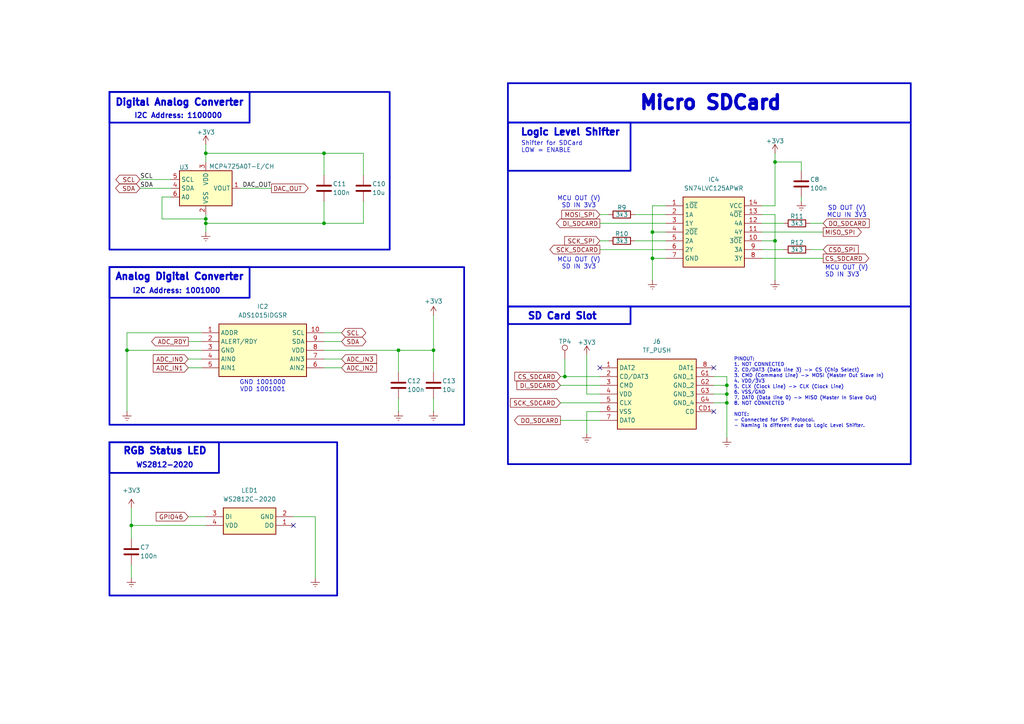
<source format=kicad_sch>
(kicad_sch (version 20250114) (generator "eeschema") (generator_version "9.0")
  (paper "A4")
  (lib_symbols
    (symbol "Analog_DAC:MCP4725xxx-xCH"
      (property "Reference" "U" (at -6.35 6.35 0))
      (property "Value" "MCP4725xxx-xCH" (at 8.89 6.35 0))
      (symbol "MCP4725xxx-xCH_0_1"
        (rectangle (start -7.62 5.08) (end 7.62 -5.08) (stroke (width 0.254)) (fill (type background)))
      )
      (symbol "MCP4725xxx-xCH_1_1"
        (pin input line (at -10.16 2.54 0) (length 2.54) (name "SCL") (number "5"))
        (pin bidirectional line (at -10.16 0 0) (length 2.54) (name "SDA") (number "4"))
        (pin input line (at -10.16 -2.54 0) (length 2.54) (name "A0") (number "6"))
        (pin power_in line (at 0 7.62 270) (length 2.54) (name "VDD") (number "3"))
        (pin power_in line (at 0 -7.62 90) (length 2.54) (name "VSS") (number "2"))
        (pin output line (at 10.16 0 180) (length 2.54) (name "VOUT") (number "1"))
      )
    )
    (symbol "Connector:TestPoint" (pin_numbers (hide yes)) (pin_names (offset 0.762) (hide yes))
      (property "Reference" "TP" (at 0 6.858 0))
      (property "Value" "TestPoint" (at 0 5.08 0))
      (symbol "TestPoint_0_1"
        (circle (center 0 3.302) (radius 0.762))
      )
      (symbol "TestPoint_1_1"
        (pin passive line (at 0 0 90) (length 2.54) (name "1") (number "1"))
      )
    )
    (symbol "Device:C" (pin_numbers (hide yes)) (pin_names (offset 0.254))
      (property "Reference" "C" (at 0.635 2.54 0))
      (property "Value" "C" (at 0.635 -2.54 0))
      (symbol "C_0_1"
        (polyline (pts (xy -2.032 0.762) (xy 2.032 0.762)) (stroke (width 0.508)))
        (polyline (pts (xy -2.032 -0.762) (xy 2.032 -0.762)) (stroke (width 0.508)))
      )
      (symbol "C_1_1"
        (pin passive line (at 0 3.81 270) (length 2.794) (name "~") (number "1"))
        (pin passive line (at 0 -3.81 90) (length 2.794) (name "~") (number "2"))
      )
    )
    (symbol "Device:R" (pin_numbers (hide yes)) (pin_names (offset 0))
      (property "Reference" "R" (at 2.032 0 90))
      (property "Value" "R" (at 0 0 90))
      (symbol "R_0_1"
        (rectangle (start -1.016 -2.54) (end 1.016 2.54) (stroke (width 0.254)))
      )
      (symbol "R_1_1"
        (pin passive line (at 0 3.81 270) (length 1.27) (name "~") (number "1"))
        (pin passive line (at 0 -3.81 90) (length 1.27) (name "~") (number "2"))
      )
    )
    (symbol "GitHub_Library:ADS1015IDGSR"
      (property "Reference" "IC" (at 31.75 7.62 0))
      (property "Value" "ADS1015IDGSR" (at 31.75 5.08 0))
      (symbol "ADS1015IDGSR_1_1"
        (rectangle (start 5.08 2.54) (end 30.48 -12.7) (stroke (width 0.254)) (fill (type background)))
        (pin passive line (at 0 0 0) (length 5.08) (name "ADDR") (number "1"))
        (pin passive line (at 0 -2.54 0) (length 5.08) (name "ALERT/RDY") (number "2"))
        (pin passive line (at 0 -5.08 0) (length 5.08) (name "GND") (number "3"))
        (pin passive line (at 0 -7.62 0) (length 5.08) (name "AIN0") (number "4"))
        (pin passive line (at 0 -10.16 0) (length 5.08) (name "AIN1") (number "5"))
        (pin passive line (at 35.56 0 180) (length 5.08) (name "SCL") (number "10"))
        (pin passive line (at 35.56 -2.54 180) (length 5.08) (name "SDA") (number "9"))
        (pin passive line (at 35.56 -5.08 180) (length 5.08) (name "VDD") (number "8"))
        (pin passive line (at 35.56 -7.62 180) (length 5.08) (name "AIN3") (number "7"))
        (pin passive line (at 35.56 -10.16 180) (length 5.08) (name "AIN2") (number "6"))
      )
    )
    (symbol "GitHub_Library:SN74LVC125APWR"
      (property "Reference" "IC" (at 24.13 7.62 0))
      (property "Value" "SN74LVC125APWR" (at 24.13 5.08 0))
      (symbol "SN74LVC125APWR_1_1"
        (rectangle (start 5.08 2.54) (end 22.86 -17.78) (stroke (width 0.254)) (fill (type background)))
        (pin passive line (at 0 0 0) (length 5.08) (name "1~{OE}") (number "1"))
        (pin passive line (at 0 -2.54 0) (length 5.08) (name "1A") (number "2"))
        (pin passive line (at 0 -5.08 0) (length 5.08) (name "1Y") (number "3"))
        (pin passive line (at 0 -7.62 0) (length 5.08) (name "2~{OE}") (number "4"))
        (pin passive line (at 0 -10.16 0) (length 5.08) (name "2A") (number "5"))
        (pin passive line (at 0 -12.7 0) (length 5.08) (name "2Y") (number "6"))
        (pin passive line (at 0 -15.24 0) (length 5.08) (name "GND") (number "7"))
        (pin passive line (at 27.94 0 180) (length 5.08) (name "VCC") (number "14"))
        (pin passive line (at 27.94 -2.54 180) (length 5.08) (name "4~{OE}") (number "13"))
        (pin passive line (at 27.94 -5.08 180) (length 5.08) (name "4A") (number "12"))
        (pin passive line (at 27.94 -7.62 180) (length 5.08) (name "4Y") (number "11"))
        (pin passive line (at 27.94 -10.16 180) (length 5.08) (name "3~{OE}") (number "10"))
        (pin passive line (at 27.94 -12.7 180) (length 5.08) (name "3A") (number "9"))
        (pin passive line (at 27.94 -15.24 180) (length 5.08) (name "3Y") (number "8"))
      )
    )
    (symbol "GitHub_Library:TF_PUSH"
      (property "Reference" "J" (at 29.21 7.62 0))
      (property "Value" "TF_PUSH" (at 29.21 5.08 0))
      (symbol "TF_PUSH_1_1"
        (rectangle (start 5.08 2.54) (end 27.94 -17.78) (stroke (width 0.254)) (fill (type background)))
        (pin passive line (at 0 0 0) (length 5.08) (name "DAT2") (number "1"))
        (pin passive line (at 0 -2.54 0) (length 5.08) (name "CD/DAT3") (number "2"))
        (pin passive line (at 0 -5.08 0) (length 5.08) (name "CMD") (number "3"))
        (pin passive line (at 0 -7.62 0) (length 5.08) (name "VDD") (number "4"))
        (pin passive line (at 0 -10.16 0) (length 5.08) (name "CLX") (number "5"))
        (pin passive line (at 0 -12.7 0) (length 5.08) (name "VSS") (number "6"))
        (pin passive line (at 0 -15.24 0) (length 5.08) (name "DAT0") (number "7"))
        (pin passive line (at 33.02 0 180) (length 5.08) (name "DAT1") (number "8"))
        (pin passive line (at 33.02 -2.54 180) (length 5.08) (name "GND_1") (number "G1"))
        (pin passive line (at 33.02 -5.08 180) (length 5.08) (name "GND_2") (number "G2"))
        (pin passive line (at 33.02 -7.62 180) (length 5.08) (name "GND_3") (number "G3"))
        (pin passive line (at 33.02 -10.16 180) (length 5.08) (name "GND_4") (number "G4"))
        (pin passive line (at 33.02 -12.7 180) (length 5.08) (name "CD") (number "CD1"))
      )
    )
    (symbol "GitHub_Library:WS2812C-2020"
      (property "Reference" "LED" (at 21.59 7.62 0))
      (property "Value" "WS2812C-2020" (at 21.59 5.08 0))
      (symbol "WS2812C-2020_1_1"
        (rectangle (start 5.08 2.54) (end 20.32 -5.08) (stroke (width 0.254)) (fill (type background)))
        (pin passive line (at 0 0 0) (length 5.08) (name "DI") (number "3"))
        (pin passive line (at 0 -2.54 0) (length 5.08) (name "VDD") (number "4"))
        (pin passive line (at 25.4 0 180) (length 5.08) (name "GND") (number "2"))
        (pin passive line (at 25.4 -2.54 180) (length 5.08) (name "DO") (number "1"))
      )
    )
    (symbol "power:+3V3" (power) (pin_numbers (hide yes)) (pin_names (offset 0) (hide yes))
      (property "Value" "+3V3" (at 0 3.556 0))
      (symbol "+3V3_0_1"
        (polyline (pts (xy -0.762 1.27) (xy 0 2.54)))
        (polyline (pts (xy 0 2.54) (xy 0.762 1.27)))
        (polyline (pts (xy 0 0) (xy 0 2.54)))
      )
      (symbol "+3V3_1_1"
        (pin power_in line (at 0 0 90) (length 0) (name "~") (number "1"))
      )
    )
    (symbol "power:Earth" (power) (pin_numbers (hide yes)) (pin_names (offset 0) (hide yes))
      (property "Value" "Earth" (at 0 -3.81 0))
      (symbol "Earth_0_1"
        (polyline (pts (xy -0.635 -1.905) (xy 0.635 -1.905)))
        (polyline (pts (xy -0.127 -2.54) (xy 0.127 -2.54)))
        (polyline (pts (xy 0 -1.27) (xy 0 0)))
        (polyline (pts (xy 1.27 -1.27) (xy -1.27 -1.27)))
      )
      (symbol "Earth_1_1"
        (pin power_in line (at 0 0 270) (length 0) (name "~") (number "1"))
      )
    )
  )
  (rectangle (start 31.75 128.27) (end 97.79 172.72) (stroke (width 0.5)))
  (rectangle (start 147.32 35.56) (end 182.88 49.53) (stroke (width 0.5)))
  (rectangle (start 31.75 77.47) (end 134.62 123.19) (stroke (width 0.5)))
  (rectangle (start 147.32 88.9) (end 264.16 134.62) (stroke (width 0.5)))
  (rectangle (start 31.75 77.47) (end 72.39 86.36) (stroke (width 0.5)))
  (rectangle (start 147.32 35.56) (end 264.16 88.9) (stroke (width 0.5)))
  (rectangle (start 31.75 26.67) (end 72.39 35.56) (stroke (width 0.5)))
  (rectangle (start 31.75 26.67) (end 113.03 72.39) (stroke (width 0.5)))
  (rectangle (start 31.75 128.27) (end 63.5 137.16) (stroke (width 0.5)))
  (rectangle (start 147.32 24.13) (end 264.16 35.56) (stroke (width 0.5)))
  (rectangle (start 147.32 88.9) (end 182.88 93.98) (stroke (width 0.5)))
  (text "Digital Analog Converter" (at 33.274 30.988 0) (effects (font (size 2 2) (thickness 1) (bold yes)) (justify left bottom)))
  (text "MCU OUT (V)\nSD IN 3V3" (at 167.894 58.674 0) (effects (font (size 1.27 1.27))))
  (text "MCU OUT (V)\nSD IN 3V3" (at 239.268 78.74 0) (effects (font (size 1.27 1.27)) (justify left)))
  (text "WS2812-2020" (at 39.37 135.89 0) (effects (font (size 1.5 1.5) (bold yes)) (justify left bottom)))
  (text "Analog Digital Converter" (at 33.274 81.534 0) (effects (font (size 2 2) (thickness 1) (bold yes)) (justify left bottom)))
  (text "I2C Address: 1001000" (at 38.354 85.344 0) (effects (font (size 1.5 1.5) (bold yes)) (justify left bottom)))
  (text "I2C Address: 1100000" (at 38.862 34.544 0) (effects (font (size 1.5 1.5) (bold yes)) (justify left bottom)))
  (text "SD OUT (V)\nMCU IN 3V3" (at 245.618 61.468 0) (effects (font (size 1.27 1.27))))
  (text "Shifter for SDCard\nLOW = ENABLE" (at 151.13 42.672 0) (effects (font (size 1.27 1.27)) (justify left)))
  (text "SD Card Slot" (at 152.908 92.964 0) (effects (font (size 2 2) (thickness 1) (bold yes)) (justify left bottom)))
  (text "MCU OUT (V)\nSD IN 3V3" (at 167.894 76.454 0) (effects (font (size 1.27 1.27))))
  (text "GND 1001000\nVDD 1001001\n" (at 76.2 112.014 0) (effects (font (size 1.27 1.27))))
  (text "RGB Status LED" (at 35.56 132.08 0) (effects (font (size 2 2) (thickness 1) (bold yes)) (justify left bottom)))
  (text "Micro SDCard" (at 185.166 32.258 0) (effects (font (size 4 4) (thickness 1) (bold yes)) (justify left bottom)))
  (text "Logic Level Shifter" (at 150.876 39.624 0) (effects (font (size 2 2) (thickness 1) (bold yes)) (justify left bottom)))
  (text_box "PINOUT:\n1. NOT CONNECTED\n2. CD/DAT3 (Data line 3) -> CS (Chip Select)\n3. CMD (Command Line) -> MOSI (Master Out Slave In)\n4. VDD/3V3\n5. CLX (Clock Line) -> CLK (Clock Line)\n6. VSS/GND\n7. DAT0 (Data line 0) -> MISO (Master In Slave Out)\n8. NOT CONNECTED\n\nNOTE: \n- Connected for SPI Protocol.\n- Naming is different due to Logic Level Shifter." (at 212.09 97.79 0) (size 49.53 31.75) (margins 0.7499 0.7499 0.7499 0.7499) (stroke (width -0.0001)) (effects (font (size 1 1)) (justify left)))
  (junction (at 59.69 64.77))
  (junction (at 210.82 116.84))
  (junction (at 93.98 64.77))
  (junction (at 210.82 111.76))
  (junction (at 59.69 63.5))
  (junction (at 189.23 67.31))
  (junction (at 224.79 46.99))
  (junction (at 93.98 44.45))
  (junction (at 224.79 69.85))
  (junction (at 189.23 74.93))
  (junction (at 210.82 114.3))
  (junction (at 38.1 152.4))
  (junction (at 125.73 101.6))
  (junction (at 163.83 109.22))
  (junction (at 115.57 101.6))
  (junction (at 36.83 101.6))
  (junction (at 59.69 44.45))
  (no_connect (at 173.99 106.68))
  (no_connect (at 207.01 119.38))
  (no_connect (at 207.01 106.68))
  (no_connect (at 85.09 152.4))
  (wire (pts (xy 38.1 152.4) (xy 59.69 152.4)))
  (wire (pts (xy 54.61 104.14) (xy 58.42 104.14)))
  (wire (pts (xy 115.57 115.57) (xy 115.57 119.38)))
  (wire (pts (xy 115.57 101.6) (xy 115.57 107.95)))
  (wire (pts (xy 99.06 104.14) (xy 93.98 104.14)))
  (wire (pts (xy 227.33 64.77) (xy 220.98 64.77)))
  (wire (pts (xy 163.83 104.14) (xy 163.83 109.22)))
  (wire (pts (xy 238.76 72.39) (xy 234.95 72.39)))
  (wire (pts (xy 38.1 147.32) (xy 38.1 152.4)))
  (wire (pts (xy 105.41 50.8) (xy 105.41 44.45)))
  (wire (pts (xy 224.79 46.99) (xy 232.41 46.99)))
  (wire (pts (xy 224.79 62.23) (xy 224.79 69.85)))
  (wire (pts (xy 105.41 64.77) (xy 93.98 64.77)))
  (wire (pts (xy 162.56 116.84) (xy 173.99 116.84)))
  (wire (pts (xy 125.73 115.57) (xy 125.73 119.38)))
  (wire (pts (xy 193.04 59.69) (xy 189.23 59.69)))
  (wire (pts (xy 220.98 59.69) (xy 224.79 59.69)))
  (wire (pts (xy 238.76 74.93) (xy 220.98 74.93)))
  (wire (pts (xy 238.76 67.31) (xy 220.98 67.31)))
  (wire (pts (xy 227.33 72.39) (xy 220.98 72.39)))
  (wire (pts (xy 189.23 67.31) (xy 193.04 67.31)))
  (wire (pts (xy 207.01 109.22) (xy 210.82 109.22)))
  (wire (pts (xy 224.79 46.99) (xy 224.79 59.69)))
  (wire (pts (xy 189.23 59.69) (xy 189.23 67.31)))
  (wire (pts (xy 36.83 101.6) (xy 58.42 101.6)))
  (wire (pts (xy 99.06 96.52) (xy 93.98 96.52)))
  (wire (pts (xy 184.15 62.23) (xy 193.04 62.23)))
  (wire (pts (xy 38.1 163.83) (xy 38.1 167.64)))
  (wire (pts (xy 40.64 54.61) (xy 49.53 54.61)))
  (wire (pts (xy 220.98 62.23) (xy 224.79 62.23)))
  (wire (pts (xy 93.98 101.6) (xy 115.57 101.6)))
  (wire (pts (xy 59.69 64.77) (xy 59.69 67.31)))
  (wire (pts (xy 59.69 44.45) (xy 93.98 44.45)))
  (wire (pts (xy 40.64 52.07) (xy 49.53 52.07)))
  (wire (pts (xy 115.57 101.6) (xy 125.73 101.6)))
  (wire (pts (xy 224.79 69.85) (xy 220.98 69.85)))
  (wire (pts (xy 85.09 149.86) (xy 91.44 149.86)))
  (wire (pts (xy 99.06 99.06) (xy 93.98 99.06)))
  (wire (pts (xy 224.79 69.85) (xy 224.79 81.28)))
  (wire (pts (xy 93.98 44.45) (xy 105.41 44.45)))
  (wire (pts (xy 99.06 106.68) (xy 93.98 106.68)))
  (wire (pts (xy 173.99 64.77) (xy 193.04 64.77)))
  (wire (pts (xy 232.41 49.53) (xy 232.41 46.99)))
  (wire (pts (xy 93.98 64.77) (xy 59.69 64.77)))
  (wire (pts (xy 69.85 54.61) (xy 78.74 54.61)))
  (wire (pts (xy 173.99 119.38) (xy 170.18 119.38)))
  (wire (pts (xy 49.53 57.15) (xy 46.99 57.15)))
  (wire (pts (xy 46.99 57.15) (xy 46.99 63.5)))
  (wire (pts (xy 170.18 119.38) (xy 170.18 125.73)))
  (wire (pts (xy 173.99 72.39) (xy 193.04 72.39)))
  (wire (pts (xy 38.1 152.4) (xy 38.1 156.21)))
  (wire (pts (xy 93.98 44.45) (xy 93.98 50.8)))
  (wire (pts (xy 210.82 109.22) (xy 210.82 111.76)))
  (wire (pts (xy 232.41 57.15) (xy 232.41 58.42)))
  (wire (pts (xy 58.42 96.52) (xy 36.83 96.52)))
  (wire (pts (xy 170.18 102.87) (xy 170.18 114.3)))
  (wire (pts (xy 173.99 69.85) (xy 176.53 69.85)))
  (wire (pts (xy 189.23 74.93) (xy 189.23 81.28)))
  (wire (pts (xy 210.82 127) (xy 210.82 116.84)))
  (wire (pts (xy 207.01 114.3) (xy 210.82 114.3)))
  (wire (pts (xy 36.83 96.52) (xy 36.83 101.6)))
  (wire (pts (xy 93.98 58.42) (xy 93.98 64.77)))
  (wire (pts (xy 105.41 58.42) (xy 105.41 64.77)))
  (wire (pts (xy 189.23 67.31) (xy 189.23 74.93)))
  (wire (pts (xy 91.44 149.86) (xy 91.44 167.64)))
  (wire (pts (xy 210.82 116.84) (xy 207.01 116.84)))
  (wire (pts (xy 162.56 109.22) (xy 163.83 109.22)))
  (wire (pts (xy 54.61 99.06) (xy 58.42 99.06)))
  (wire (pts (xy 54.61 149.86) (xy 59.69 149.86)))
  (wire (pts (xy 125.73 107.95) (xy 125.73 101.6)))
  (wire (pts (xy 207.01 111.76) (xy 210.82 111.76)))
  (wire (pts (xy 54.61 106.68) (xy 58.42 106.68)))
  (wire (pts (xy 163.83 109.22) (xy 173.99 109.22)))
  (wire (pts (xy 162.56 121.92) (xy 173.99 121.92)))
  (wire (pts (xy 125.73 91.44) (xy 125.73 101.6)))
  (wire (pts (xy 59.69 41.91) (xy 59.69 44.45)))
  (wire (pts (xy 189.23 74.93) (xy 193.04 74.93)))
  (wire (pts (xy 59.69 63.5) (xy 59.69 64.77)))
  (wire (pts (xy 59.69 46.99) (xy 59.69 44.45)))
  (wire (pts (xy 184.15 69.85) (xy 193.04 69.85)))
  (wire (pts (xy 46.99 63.5) (xy 59.69 63.5)))
  (wire (pts (xy 224.79 44.45) (xy 224.79 46.99)))
  (wire (pts (xy 173.99 114.3) (xy 170.18 114.3)))
  (wire (pts (xy 59.69 62.23) (xy 59.69 63.5)))
  (wire (pts (xy 210.82 111.76) (xy 210.82 114.3)))
  (wire (pts (xy 36.83 101.6) (xy 36.83 119.38)))
  (wire (pts (xy 162.56 111.76) (xy 173.99 111.76)))
  (wire (pts (xy 210.82 114.3) (xy 210.82 116.84)))
  (wire (pts (xy 238.76 64.77) (xy 234.95 64.77)))
  (wire (pts (xy 173.99 62.23) (xy 176.53 62.23)))
  (label "SCL" (at 40.64 52.07 0))
  (label "DAC_OUT" (at 78.74 54.61 180))
  (label "SDA" (at 40.64 54.61 0))
  (global_label "ADC_IN1" (shape input) (at 54.61 106.68 180) (property "Intersheetrefs" "${INTERSHEET_REFS}" (effects (hide yes))))
  (global_label "SDA" (shape bidirectional) (at 40.64 54.61 180) (property "Intersheetrefs" "${INTERSHEET_REFS}" (effects (hide yes))))
  (global_label "SCL" (shape bidirectional) (at 99.06 96.52 0) (property "Intersheetrefs" "${INTERSHEET_REFS}" (effects (hide yes))))
  (global_label "MOSI_SPI" (shape input) (at 173.99 62.23 180) (property "Intersheetrefs" "${INTERSHEET_REFS}" (effects (hide yes))))
  (global_label "CS_SDCARD" (shape input) (at 162.56 109.22 180) (property "Intersheetrefs" "${INTERSHEET_REFS}" (effects (hide yes))))
  (global_label "SCK_SPI" (shape input) (at 173.99 69.85 180) (property "Intersheetrefs" "${INTERSHEET_REFS}" (effects (hide yes))))
  (global_label "GPIO46" (shape input) (at 54.61 149.86 180) (property "Intersheetrefs" "${INTERSHEET_REFS}" (effects (hide yes))))
  (global_label "MISO_SPI" (shape output) (at 238.76 67.31 0) (property "Intersheetrefs" "${INTERSHEET_REFS}" (effects (hide yes))))
  (global_label "SCK_SDCARD" (shape input) (at 162.56 116.84 180) (property "Intersheetrefs" "${INTERSHEET_REFS}" (effects (hide yes))))
  (global_label "ADC_IN2" (shape input) (at 99.06 106.68 0) (property "Intersheetrefs" "${INTERSHEET_REFS}" (effects (hide yes))))
  (global_label "SCK_SDCARD" (shape output) (at 173.99 72.39 180) (property "Intersheetrefs" "${INTERSHEET_REFS}" (effects (hide yes))))
  (global_label "ADC_RDY" (shape output) (at 54.61 99.06 180) (property "Intersheetrefs" "${INTERSHEET_REFS}" (effects (hide yes))))
  (global_label "CS0_SPI" (shape input) (at 238.76 72.39 0) (property "Intersheetrefs" "${INTERSHEET_REFS}" (effects (hide yes))))
  (global_label "DAC_OUT" (shape output) (at 78.74 54.61 0) (property "Intersheetrefs" "${INTERSHEET_REFS}" (effects (hide yes))))
  (global_label "DI_SDCARD" (shape input) (at 162.56 111.76 180) (property "Intersheetrefs" "${INTERSHEET_REFS}" (effects (hide yes))))
  (global_label "ADC_IN0" (shape input) (at 54.61 104.14 180) (property "Intersheetrefs" "${INTERSHEET_REFS}" (effects (hide yes))))
  (global_label "DO_SDCARD" (shape input) (at 238.76 64.77 0) (property "Intersheetrefs" "${INTERSHEET_REFS}" (effects (hide yes))))
  (global_label "DO_SDCARD" (shape output) (at 162.56 121.92 180) (property "Intersheetrefs" "${INTERSHEET_REFS}" (effects (hide yes))))
  (global_label "CS_SDCARD" (shape output) (at 238.76 74.93 0) (property "Intersheetrefs" "${INTERSHEET_REFS}" (effects (hide yes))))
  (global_label "SCL" (shape bidirectional) (at 40.64 52.07 180) (property "Intersheetrefs" "${INTERSHEET_REFS}" (effects (hide yes))))
  (global_label "ADC_IN3" (shape input) (at 99.06 104.14 0) (property "Intersheetrefs" "${INTERSHEET_REFS}" (effects (hide yes))))
  (global_label "DI_SDCARD" (shape output) (at 173.99 64.77 180) (property "Intersheetrefs" "${INTERSHEET_REFS}" (effects (hide yes))))
  (global_label "SDA" (shape bidirectional) (at 99.06 99.06 0) (property "Intersheetrefs" "${INTERSHEET_REFS}" (effects (hide yes))))
  (symbol (lib_id "power:Earth") (at 210.82 127 0) (unit 1)
    (property "Reference" "#PWR028" (effects (hide yes)))
    (property "Value" "Earth" (effects (hide yes)))
    (property "Description" "Power symbol creates a global label with name \"Earth\"" (effects (hide yes)))
  )
  (symbol (lib_id "power:Earth") (at 189.23 81.28 0) (unit 1)
    (property "Reference" "#PWR036" (effects (hide yes)))
    (property "Value" "Earth" (effects (hide yes)))
    (property "Description" "Power symbol creates a global label with name \"Earth\"" (effects (hide yes)))
  )
  (symbol (lib_id "Device:C") (at 38.1 160.02 0) (unit 1)
    (property "Reference" "C7" (at 40.64 158.75 0) (effects (justify left)))
    (property "Value" "100n" (at 40.64 161.29 0) (effects (justify left)))
    (property "Footprint" "Capacitor_SMD:C_0805_2012Metric_Pad1.18x1.45mm_HandSolder" (effects (hide yes)))
    (property "Description" "Unpolarized capacitor" (effects (hide yes)))
  )
  (symbol (lib_id "power:Earth") (at 59.69 67.31 0) (unit 1)
    (property "Reference" "#PWR033" (effects (hide yes)))
    (property "Value" "Earth" (effects (hide yes)))
    (property "Description" "Power symbol creates a global label with name \"Earth\"" (effects (hide yes)))
  )
  (symbol (lib_id "power:Earth") (at 170.18 125.73 0) (unit 1)
    (property "Reference" "#PWR027" (effects (hide yes)))
    (property "Value" "Earth" (effects (hide yes)))
    (property "Description" "Power symbol creates a global label with name \"Earth\"" (effects (hide yes)))
  )
  (symbol (lib_id "power:Earth") (at 38.1 167.64 0) (unit 1)
    (property "Reference" "#PWR034" (effects (hide yes)))
    (property "Value" "Earth" (effects (hide yes)))
    (property "Description" "Power symbol creates a global label with name \"Earth\"" (effects (hide yes)))
  )
  (symbol (lib_id "power:Earth") (at 115.57 119.38 0) (unit 1)
    (property "Reference" "#PWR045" (effects (hide yes)))
    (property "Value" "Earth" (effects (hide yes)))
    (property "Description" "Power symbol creates a global label with name \"Earth\"" (effects (hide yes)))
  )
  (symbol (lib_id "power:Earth") (at 232.41 58.42 0) (mirror y) (unit 1)
    (property "Reference" "#PWR039" (effects (hide yes)))
    (property "Value" "Earth" (effects (hide yes)))
    (property "Description" "Power symbol creates a global label with name \"Earth\"" (effects (hide yes)))
  )
  (symbol (lib_id "power:+3V3") (at 59.69 41.91 0) (unit 1)
    (property "Reference" "#PWR040" (effects (hide yes)))
    (property "Value" "+3V3" (at 59.69 38.354 0))
    (property "Description" "Power symbol creates a global label with name \"+3V3\"" (effects (hide yes)))
  )
  (symbol (lib_id "GitHub_Library:TF_PUSH") (at 173.99 106.68 0) (unit 1)
    (property "Reference" "J6" (at 190.5 99.06 0))
    (property "Value" "TF_PUSH" (at 190.5 101.6 0))
    (property "Footprint" "Github_Library:TFPUSH" (effects (hide yes)))
    (property "Datasheet" "https://datasheet.lcsc.com/szlcsc/1912111437_SHOU-HAN-TF-PUSH_C393941.pdf" (effects (hide yes)))
    (property "Description" "SD CArd Connector" (effects (hide yes)))
    (property "Height" "2" (effects (hide yes)))
    (property "Manufacturer_Name" "Shou Han" (effects (hide yes)))
    (property "Manufacturer_Part_Number" "TF PUSH" (effects (hide yes)))
  )
  (symbol (lib_id "Device:C") (at 93.98 54.61 0) (unit 1)
    (property "Reference" "C11" (at 96.52 53.34 0) (effects (justify left)))
    (property "Value" "100n" (at 96.52 55.88 0) (effects (justify left)))
    (property "Footprint" "Capacitor_SMD:C_0805_2012Metric_Pad1.18x1.45mm_HandSolder" (effects (hide yes)))
    (property "Description" "Unpolarized capacitor" (effects (hide yes)))
  )
  (symbol (lib_id "power:Earth") (at 91.44 167.64 0) (unit 1)
    (property "Reference" "#PWR035" (effects (hide yes)))
    (property "Value" "Earth" (effects (hide yes)))
    (property "Description" "Power symbol creates a global label with name \"Earth\"" (effects (hide yes)))
  )
  (symbol (lib_id "GitHub_Library:ADS1015IDGSR") (at 58.42 96.52 0) (unit 1)
    (property "Reference" "IC2" (at 76.2 88.9 0))
    (property "Value" "ADS1015IDGSR" (at 76.2 91.44 0))
    (property "Footprint" "Github_Library:SOP50P490X110-10N" (effects (hide yes)))
    (property "Datasheet" "http://www.ti.com/lit/gpn/ADS1015" (effects (hide yes)))
    (property "Description" "12-Bit, 3.3kSPS, 4-Ch Delta-Sigma ADC With PGA, Oscillator, VREF, Comparator and I2C Interface" (effects (hide yes)))
    (property "Height" "1.1" (effects (hide yes)))
    (property "Manufacturer_Name" "Texas Instruments" (effects (hide yes)))
    (property "Manufacturer_Part_Number" "ADS1015IDGSR" (effects (hide yes)))
  )
  (symbol (lib_id "GitHub_Library:WS2812C-2020") (at 59.69 149.86 0) (unit 1)
    (property "Reference" "LED1" (at 72.39 142.24 0))
    (property "Value" "WS2812C-2020" (at 72.39 144.78 0))
    (property "Footprint" "Github_Library:WS2812C2020" (effects (hide yes)))
    (property "Datasheet" "http://www.world-semi.com/DownLoadFile/139" (effects (hide yes)))
    (property "Description" "Intelligent control LED integrated light source" (effects (hide yes)))
    (property "Height" "0.84" (effects (hide yes)))
    (property "Manufacturer_Name" "Worldsemi" (effects (hide yes)))
    (property "Manufacturer_Part_Number" "WS2812C-2020" (effects (hide yes)))
  )
  (symbol (lib_id "power:+3V3") (at 170.18 102.87 0) (unit 1)
    (property "Reference" "#PWR026" (effects (hide yes)))
    (property "Value" "+3V3" (at 170.18 99.314 0))
    (property "Description" "Power symbol creates a global label with name \"+3V3\"" (effects (hide yes)))
  )
  (symbol (lib_id "power:Earth") (at 224.79 81.28 0) (mirror y) (unit 1)
    (property "Reference" "#PWR038" (effects (hide yes)))
    (property "Value" "Earth" (effects (hide yes)))
    (property "Description" "Power symbol creates a global label with name \"Earth\"" (effects (hide yes)))
  )
  (symbol (lib_id "power:+3V3") (at 224.79 44.45 0) (unit 1)
    (property "Reference" "#PWR037" (effects (hide yes)))
    (property "Value" "+3V3" (at 224.79 40.894 0))
    (property "Description" "Power symbol creates a global label with name \"+3V3\"" (effects (hide yes)))
  )
  (symbol (lib_id "Device:C") (at 115.57 111.76 0) (unit 1)
    (property "Reference" "C12" (at 118.11 110.49 0) (effects (justify left)))
    (property "Value" "100n" (at 118.11 113.03 0) (effects (justify left)))
    (property "Footprint" "Capacitor_SMD:C_0805_2012Metric_Pad1.18x1.45mm_HandSolder" (effects (hide yes)))
    (property "Description" "Unpolarized capacitor" (effects (hide yes)))
  )
  (symbol (lib_id "power:+3V3") (at 125.73 91.44 0) (unit 1)
    (property "Reference" "#PWR043" (effects (hide yes)))
    (property "Value" "+3V3" (at 125.73 87.376 0))
    (property "Description" "Power symbol creates a global label with name \"+3V3\"" (effects (hide yes)))
  )
  (symbol (lib_id "Analog_DAC:MCP4725xxx-xCH") (at 59.69 54.61 0) (unit 1)
    (property "Reference" "U3" (at 53.34 48.514 0))
    (property "Value" "MCP4725A0T-E/CH" (at 70.104 48.26 0))
    (property "Footprint" "Package_TO_SOT_SMD:SOT-23-6" (effects (hide yes)))
    (property "Datasheet" "http://ww1.microchip.com/downloads/en/DeviceDoc/22039d.pdf" (effects (hide yes)))
    (property "Description" "12-bit Digital-to-Analog Converter, integrated EEPROM, I2C interface, SOT-23-6" (effects (hide yes)))
  )
  (symbol (lib_id "GitHub_Library:SN74LVC125APWR") (at 193.04 59.69 0) (unit 1)
    (property "Reference" "IC4" (at 207.01 52.07 0))
    (property "Value" "SN74LVC125APWR" (at 207.01 54.61 0))
    (property "Footprint" "Github_Library:SN74LVC125APWR" (effects (hide yes)))
    (property "Datasheet" "http://uk.rs-online.com/web/p/products/0526729" (effects (hide yes)))
    (property "Description" "QUADRUPLE BUS BUFFER GATE WITH 3-STATE OUTPUTS" (effects (hide yes)))
    (property "Height" "1.2" (effects (hide yes)))
    (property "RS Part Number" "0526729" (effects (hide yes)))
    (property "RS Price/Stock" "http://uk.rs-online.com/web/p/products/0526729" (effects (hide yes)))
    (property "Manufacturer_Name" "Texas Instruments" (effects (hide yes)))
    (property "Manufacturer_Part_Number" "SN74LVC125APWR" (effects (hide yes)))
  )
  (symbol (lib_id "power:Earth") (at 36.83 119.38 0) (unit 1)
    (property "Reference" "#PWR044" (effects (hide yes)))
    (property "Value" "Earth" (effects (hide yes)))
    (property "Description" "Power symbol creates a global label with name \"Earth\"" (effects (hide yes)))
  )
  (symbol (lib_id "Device:C") (at 105.41 54.61 0) (unit 1)
    (property "Reference" "C10" (at 107.95 53.34 0) (effects (justify left)))
    (property "Value" "10u" (at 107.95 55.88 0) (effects (justify left)))
    (property "Footprint" "Capacitor_SMD:C_0805_2012Metric_Pad1.18x1.45mm_HandSolder" (effects (hide yes)))
    (property "Description" "Unpolarized capacitor" (effects (hide yes)))
  )
  (symbol (lib_id "Device:R") (at 180.34 62.23 90) (unit 1)
    (property "Reference" "R9" (at 180.34 60.198 90))
    (property "Value" "3k3" (at 180.34 62.23 90))
    (property "Footprint" "Resistor_SMD:R_0805_2012Metric_Pad1.20x1.40mm_HandSolder" (effects (hide yes)))
    (property "Description" "Resistor" (effects (hide yes)))
  )
  (symbol (lib_id "power:+3V3") (at 38.1 147.32 0) (unit 1)
    (property "Reference" "#PWR030" (effects (hide yes)))
    (property "Value" "+3V3" (at 38.1 142.24 0))
    (property "Description" "Power symbol creates a global label with name \"+3V3\"" (effects (hide yes)))
  )
  (symbol (lib_id "Connector:TestPoint") (at 163.83 104.14 0) (unit 1)
    (property "Reference" "TP4" (at 162.052 99.06 0) (effects (justify left)))
    (property "Value" "TestPoint" (effects (hide yes)))
    (property "Footprint" "TestPoint:TestPoint_Pad_D1.0mm" (effects (hide yes)))
    (property "Description" "test point" (effects (hide yes)))
  )
  (symbol (lib_id "Device:R") (at 231.14 72.39 270) (mirror x) (unit 1)
    (property "Reference" "R12" (at 231.14 70.358 90))
    (property "Value" "3k3" (at 231.14 72.39 90))
    (property "Footprint" "Resistor_SMD:R_0805_2012Metric_Pad1.20x1.40mm_HandSolder" (effects (hide yes)))
    (property "Description" "Resistor" (effects (hide yes)))
  )
  (symbol (lib_id "Device:C") (at 232.41 53.34 0) (unit 1)
    (property "Reference" "C8" (at 234.95 52.07 0) (effects (justify left)))
    (property "Value" "100n" (at 234.95 54.61 0) (effects (justify left)))
    (property "Footprint" "Capacitor_SMD:C_0805_2012Metric_Pad1.18x1.45mm_HandSolder" (effects (hide yes)))
    (property "Description" "Unpolarized capacitor" (effects (hide yes)))
  )
  (symbol (lib_id "Device:C") (at 125.73 111.76 0) (unit 1)
    (property "Reference" "C13" (at 128.27 110.49 0) (effects (justify left)))
    (property "Value" "10u" (at 128.27 113.03 0) (effects (justify left)))
    (property "Footprint" "Capacitor_SMD:C_0805_2012Metric_Pad1.18x1.45mm_HandSolder" (effects (hide yes)))
    (property "Description" "Unpolarized capacitor" (effects (hide yes)))
  )
  (symbol (lib_id "Device:R") (at 231.14 64.77 270) (mirror x) (unit 1)
    (property "Reference" "R11" (at 231.14 62.738 90))
    (property "Value" "3k3" (at 231.14 64.77 90))
    (property "Footprint" "Resistor_SMD:R_0805_2012Metric_Pad1.20x1.40mm_HandSolder" (effects (hide yes)))
    (property "Description" "Resistor" (effects (hide yes)))
  )
  (symbol (lib_id "power:Earth") (at 125.73 119.38 0) (unit 1)
    (property "Reference" "#PWR046" (effects (hide yes)))
    (property "Value" "Earth" (effects (hide yes)))
    (property "Description" "Power symbol creates a global label with name \"Earth\"" (effects (hide yes)))
  )
  (symbol (lib_id "Device:R") (at 180.34 69.85 90) (unit 1)
    (property "Reference" "R10" (at 180.34 67.818 90))
    (property "Value" "3k3" (at 180.34 69.85 90))
    (property "Footprint" "Resistor_SMD:R_0805_2012Metric_Pad1.20x1.40mm_HandSolder" (effects (hide yes)))
    (property "Description" "Resistor" (effects (hide yes)))
  )
)
</source>
